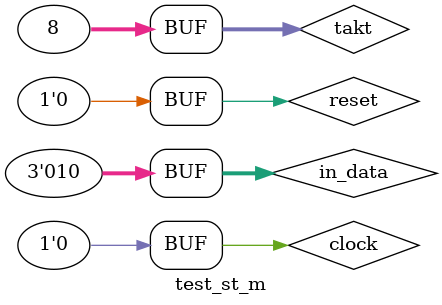
<source format=v>
module test_st_m;

reg reset, clock;
reg [2:0] in_data;
wire [1:0] out_data;
integer takt;

st_m v1(.in_data(in_data), .out_data(out_data), .reset(reset), .clock(clock));

initial 
begin 
    clock = 'b0;
    reset = 'b0;
    #5 reset = 'b1;
    #10 reset = 'b0;
    #5;
    for (takt = 0; takt < 8; takt = takt + 1)
    begin
        case (takt)
            0: in_data = 3'b001;
            1: in_data = 3'b010;
            2: in_data = 3'b100;
            3: in_data = 3'b001;
            4: in_data = 3'b100;
            5: in_data = 3'b010;
            6: in_data = 3'b100;
            7: in_data = 3'b010;
        endcase
        #5 clock = 'b1;
        #10 clock = 'b0;
        #20;
    end
    // $finish; 
end

endmodule


</source>
